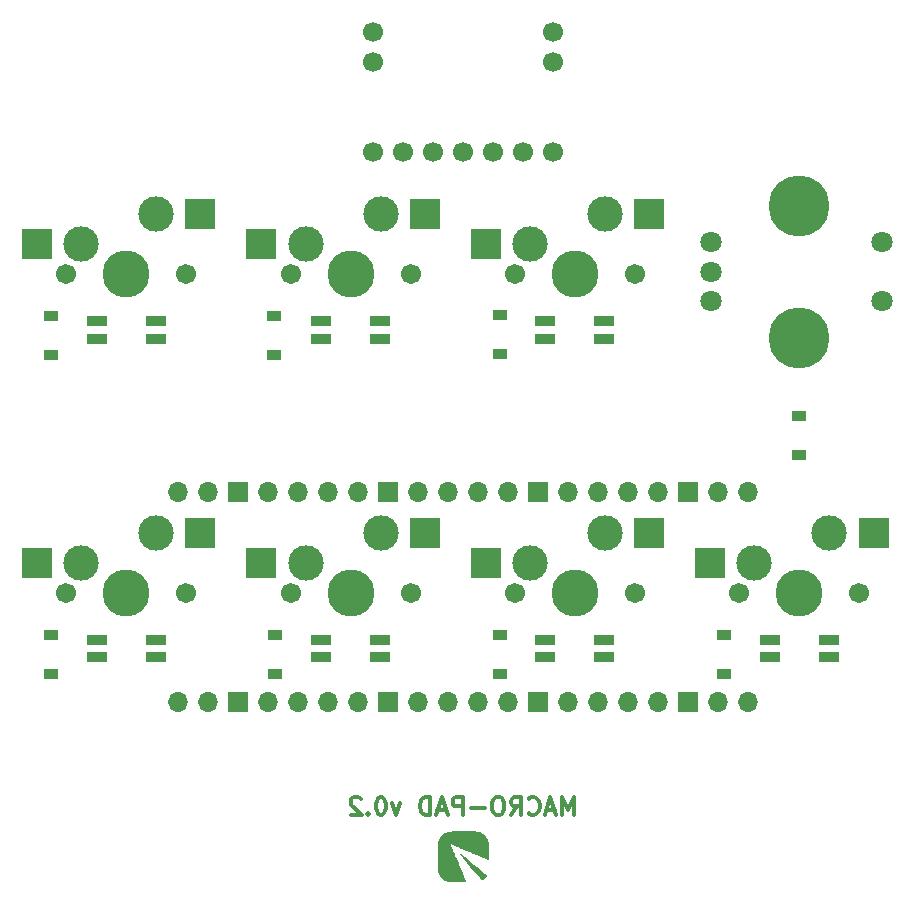
<source format=gbr>
%TF.GenerationSoftware,KiCad,Pcbnew,(6.0.0)*%
%TF.CreationDate,2022-01-03T17:45:39+09:00*%
%TF.ProjectId,MACRO-PAD,4d414352-4f2d-4504-9144-2e6b69636164,v0.2*%
%TF.SameCoordinates,Original*%
%TF.FileFunction,Soldermask,Bot*%
%TF.FilePolarity,Negative*%
%FSLAX46Y46*%
G04 Gerber Fmt 4.6, Leading zero omitted, Abs format (unit mm)*
G04 Created by KiCad (PCBNEW (6.0.0)) date 2022-01-03 17:45:39*
%MOMM*%
%LPD*%
G01*
G04 APERTURE LIST*
%ADD10C,0.300000*%
%ADD11C,0.010000*%
%ADD12C,1.700000*%
%ADD13C,1.701800*%
%ADD14C,3.000000*%
%ADD15C,3.987800*%
%ADD16R,2.550000X2.500000*%
%ADD17R,1.800000X0.820000*%
%ADD18C,1.800000*%
%ADD19C,5.161000*%
%ADD20R,1.200000X0.900000*%
%ADD21O,1.700000X1.700000*%
%ADD22R,1.700000X1.700000*%
G04 APERTURE END LIST*
D10*
X137988571Y-130781371D02*
X137988571Y-129281371D01*
X137488571Y-130352800D01*
X136988571Y-129281371D01*
X136988571Y-130781371D01*
X136345714Y-130352800D02*
X135631428Y-130352800D01*
X136488571Y-130781371D02*
X135988571Y-129281371D01*
X135488571Y-130781371D01*
X134131428Y-130638514D02*
X134202857Y-130709942D01*
X134417142Y-130781371D01*
X134560000Y-130781371D01*
X134774285Y-130709942D01*
X134917142Y-130567085D01*
X134988571Y-130424228D01*
X135060000Y-130138514D01*
X135060000Y-129924228D01*
X134988571Y-129638514D01*
X134917142Y-129495657D01*
X134774285Y-129352800D01*
X134560000Y-129281371D01*
X134417142Y-129281371D01*
X134202857Y-129352800D01*
X134131428Y-129424228D01*
X132631428Y-130781371D02*
X133131428Y-130067085D01*
X133488571Y-130781371D02*
X133488571Y-129281371D01*
X132917142Y-129281371D01*
X132774285Y-129352800D01*
X132702857Y-129424228D01*
X132631428Y-129567085D01*
X132631428Y-129781371D01*
X132702857Y-129924228D01*
X132774285Y-129995657D01*
X132917142Y-130067085D01*
X133488571Y-130067085D01*
X131702857Y-129281371D02*
X131417142Y-129281371D01*
X131274285Y-129352800D01*
X131131428Y-129495657D01*
X131060000Y-129781371D01*
X131060000Y-130281371D01*
X131131428Y-130567085D01*
X131274285Y-130709942D01*
X131417142Y-130781371D01*
X131702857Y-130781371D01*
X131845714Y-130709942D01*
X131988571Y-130567085D01*
X132060000Y-130281371D01*
X132060000Y-129781371D01*
X131988571Y-129495657D01*
X131845714Y-129352800D01*
X131702857Y-129281371D01*
X130417142Y-130209942D02*
X129274285Y-130209942D01*
X128560000Y-130781371D02*
X128560000Y-129281371D01*
X127988571Y-129281371D01*
X127845714Y-129352800D01*
X127774285Y-129424228D01*
X127702857Y-129567085D01*
X127702857Y-129781371D01*
X127774285Y-129924228D01*
X127845714Y-129995657D01*
X127988571Y-130067085D01*
X128560000Y-130067085D01*
X127131428Y-130352800D02*
X126417142Y-130352800D01*
X127274285Y-130781371D02*
X126774285Y-129281371D01*
X126274285Y-130781371D01*
X125774285Y-130781371D02*
X125774285Y-129281371D01*
X125417142Y-129281371D01*
X125202857Y-129352800D01*
X125060000Y-129495657D01*
X124988571Y-129638514D01*
X124917142Y-129924228D01*
X124917142Y-130138514D01*
X124988571Y-130424228D01*
X125060000Y-130567085D01*
X125202857Y-130709942D01*
X125417142Y-130781371D01*
X125774285Y-130781371D01*
X123274285Y-129781371D02*
X122917142Y-130781371D01*
X122560000Y-129781371D01*
X121702857Y-129281371D02*
X121560000Y-129281371D01*
X121417142Y-129352800D01*
X121345714Y-129424228D01*
X121274285Y-129567085D01*
X121202857Y-129852800D01*
X121202857Y-130209942D01*
X121274285Y-130495657D01*
X121345714Y-130638514D01*
X121417142Y-130709942D01*
X121560000Y-130781371D01*
X121702857Y-130781371D01*
X121845714Y-130709942D01*
X121917142Y-130638514D01*
X121988571Y-130495657D01*
X122060000Y-130209942D01*
X122060000Y-129852800D01*
X121988571Y-129567085D01*
X121917142Y-129424228D01*
X121845714Y-129352800D01*
X121702857Y-129281371D01*
X120560000Y-130638514D02*
X120488571Y-130709942D01*
X120560000Y-130781371D01*
X120631428Y-130709942D01*
X120560000Y-130638514D01*
X120560000Y-130781371D01*
X119917142Y-129424228D02*
X119845714Y-129352800D01*
X119702857Y-129281371D01*
X119345714Y-129281371D01*
X119202857Y-129352800D01*
X119131428Y-129424228D01*
X119060000Y-129567085D01*
X119060000Y-129709942D01*
X119131428Y-129924228D01*
X119988571Y-130781371D01*
X119060000Y-130781371D01*
D11*
%TO.C,G\u002A\u002A\u002A*%
X128368890Y-134109934D02*
X128367027Y-134116418D01*
X128367027Y-134116418D02*
X128372014Y-134128839D01*
X128372014Y-134128839D02*
X128384713Y-134148519D01*
X128384713Y-134148519D02*
X128405986Y-134176779D01*
X128405986Y-134176779D02*
X128436695Y-134214942D01*
X128436695Y-134214942D02*
X128477701Y-134264328D01*
X128477701Y-134264328D02*
X128482002Y-134269459D01*
X128482002Y-134269459D02*
X128508535Y-134301096D01*
X128508535Y-134301096D02*
X128544601Y-134344111D01*
X128544601Y-134344111D02*
X128588860Y-134396900D01*
X128588860Y-134396900D02*
X128639969Y-134457863D01*
X128639969Y-134457863D02*
X128696584Y-134525399D01*
X128696584Y-134525399D02*
X128757363Y-134597905D01*
X128757363Y-134597905D02*
X128820965Y-134673781D01*
X128820965Y-134673781D02*
X128886046Y-134751424D01*
X128886046Y-134751424D02*
X128951264Y-134829234D01*
X128951264Y-134829234D02*
X128953554Y-134831967D01*
X128953554Y-134831967D02*
X129038001Y-134932607D01*
X129038001Y-134932607D02*
X129124104Y-135035007D01*
X129124104Y-135035007D02*
X129211160Y-135138340D01*
X129211160Y-135138340D02*
X129298464Y-135241781D01*
X129298464Y-135241781D02*
X129385312Y-135344504D01*
X129385312Y-135344504D02*
X129471000Y-135445684D01*
X129471000Y-135445684D02*
X129554824Y-135544496D01*
X129554824Y-135544496D02*
X129636079Y-135640112D01*
X129636079Y-135640112D02*
X129714062Y-135731709D01*
X129714062Y-135731709D02*
X129788067Y-135818460D01*
X129788067Y-135818460D02*
X129857392Y-135899539D01*
X129857392Y-135899539D02*
X129921331Y-135974122D01*
X129921331Y-135974122D02*
X129979181Y-136041382D01*
X129979181Y-136041382D02*
X130030237Y-136100494D01*
X130030237Y-136100494D02*
X130073795Y-136150632D01*
X130073795Y-136150632D02*
X130109151Y-136190970D01*
X130109151Y-136190970D02*
X130135601Y-136220683D01*
X130135601Y-136220683D02*
X130152440Y-136238946D01*
X130152440Y-136238946D02*
X130158609Y-136244813D01*
X130158609Y-136244813D02*
X130167570Y-136241681D01*
X130167570Y-136241681D02*
X130186278Y-136230274D01*
X130186278Y-136230274D02*
X130211189Y-136212814D01*
X130211189Y-136212814D02*
X130219467Y-136206634D01*
X130219467Y-136206634D02*
X130254762Y-136178370D01*
X130254762Y-136178370D02*
X130293111Y-136145318D01*
X130293111Y-136145318D02*
X130324214Y-136116530D01*
X130324214Y-136116530D02*
X130351954Y-136088287D01*
X130351954Y-136088287D02*
X130382361Y-136055327D01*
X130382361Y-136055327D02*
X130413372Y-136020133D01*
X130413372Y-136020133D02*
X130442924Y-135985192D01*
X130442924Y-135985192D02*
X130468954Y-135952989D01*
X130468954Y-135952989D02*
X130489400Y-135926009D01*
X130489400Y-135926009D02*
X130502199Y-135906737D01*
X130502199Y-135906737D02*
X130505493Y-135898102D01*
X130505493Y-135898102D02*
X130502952Y-135894786D01*
X130502952Y-135894786D02*
X130495827Y-135887697D01*
X130495827Y-135887697D02*
X130483733Y-135876510D01*
X130483733Y-135876510D02*
X130466285Y-135860900D01*
X130466285Y-135860900D02*
X130443100Y-135840541D01*
X130443100Y-135840541D02*
X130413792Y-135815110D01*
X130413792Y-135815110D02*
X130377979Y-135784280D01*
X130377979Y-135784280D02*
X130335275Y-135747726D01*
X130335275Y-135747726D02*
X130285297Y-135705123D01*
X130285297Y-135705123D02*
X130227660Y-135656147D01*
X130227660Y-135656147D02*
X130161979Y-135600471D01*
X130161979Y-135600471D02*
X130087871Y-135537772D01*
X130087871Y-135537772D02*
X130004952Y-135467723D01*
X130004952Y-135467723D02*
X129912837Y-135389999D01*
X129912837Y-135389999D02*
X129811141Y-135304276D01*
X129811141Y-135304276D02*
X129699482Y-135210228D01*
X129699482Y-135210228D02*
X129577473Y-135107530D01*
X129577473Y-135107530D02*
X129444732Y-134995858D01*
X129444732Y-134995858D02*
X129300873Y-134874884D01*
X129300873Y-134874884D02*
X129145513Y-134744286D01*
X129145513Y-134744286D02*
X128978268Y-134603737D01*
X128978268Y-134603737D02*
X128798753Y-134452913D01*
X128798753Y-134452913D02*
X128637092Y-134317113D01*
X128637092Y-134317113D02*
X128581273Y-134270471D01*
X128581273Y-134270471D02*
X128529230Y-134227450D01*
X128529230Y-134227450D02*
X128482441Y-134189239D01*
X128482441Y-134189239D02*
X128442387Y-134157025D01*
X128442387Y-134157025D02*
X128410544Y-134131995D01*
X128410544Y-134131995D02*
X128388393Y-134115337D01*
X128388393Y-134115337D02*
X128377411Y-134108238D01*
X128377411Y-134108238D02*
X128376742Y-134108067D01*
X128376742Y-134108067D02*
X128368890Y-134109934D01*
X128368890Y-134109934D02*
X128368890Y-134109934D01*
G36*
X128377411Y-134108238D02*
G01*
X128388393Y-134115337D01*
X128410544Y-134131995D01*
X128442387Y-134157025D01*
X128482441Y-134189239D01*
X128529230Y-134227450D01*
X128581273Y-134270471D01*
X128637092Y-134317113D01*
X128798753Y-134452913D01*
X128978268Y-134603737D01*
X129145513Y-134744286D01*
X129300873Y-134874884D01*
X129444732Y-134995858D01*
X129577473Y-135107530D01*
X129699482Y-135210228D01*
X129811141Y-135304276D01*
X129912837Y-135389999D01*
X130004952Y-135467723D01*
X130087871Y-135537772D01*
X130161979Y-135600471D01*
X130227660Y-135656147D01*
X130285297Y-135705123D01*
X130335275Y-135747726D01*
X130377979Y-135784280D01*
X130413792Y-135815110D01*
X130443100Y-135840541D01*
X130466285Y-135860900D01*
X130483733Y-135876510D01*
X130495827Y-135887697D01*
X130502952Y-135894786D01*
X130505493Y-135898102D01*
X130502199Y-135906737D01*
X130489400Y-135926009D01*
X130468954Y-135952989D01*
X130442924Y-135985192D01*
X130413372Y-136020133D01*
X130382361Y-136055327D01*
X130351954Y-136088287D01*
X130324214Y-136116530D01*
X130293111Y-136145318D01*
X130254762Y-136178370D01*
X130219467Y-136206634D01*
X130211189Y-136212814D01*
X130186278Y-136230274D01*
X130167570Y-136241681D01*
X130158609Y-136244813D01*
X130152440Y-136238946D01*
X130135601Y-136220683D01*
X130109151Y-136190970D01*
X130073795Y-136150632D01*
X130030237Y-136100494D01*
X129979181Y-136041382D01*
X129921331Y-135974122D01*
X129857392Y-135899539D01*
X129788067Y-135818460D01*
X129714062Y-135731709D01*
X129636079Y-135640112D01*
X129554824Y-135544496D01*
X129471000Y-135445684D01*
X129385312Y-135344504D01*
X129298464Y-135241781D01*
X129211160Y-135138340D01*
X129124104Y-135035007D01*
X129038001Y-134932607D01*
X128953554Y-134831967D01*
X128951264Y-134829234D01*
X128886046Y-134751424D01*
X128820965Y-134673781D01*
X128757363Y-134597905D01*
X128696584Y-134525399D01*
X128639969Y-134457863D01*
X128588860Y-134396900D01*
X128544601Y-134344111D01*
X128508535Y-134301096D01*
X128482002Y-134269459D01*
X128477701Y-134264328D01*
X128436695Y-134214942D01*
X128405986Y-134176779D01*
X128384713Y-134148519D01*
X128372014Y-134128839D01*
X128367027Y-134116418D01*
X128368890Y-134109934D01*
X128376742Y-134108067D01*
X128377411Y-134108238D01*
G37*
X128377411Y-134108238D02*
X128388393Y-134115337D01*
X128410544Y-134131995D01*
X128442387Y-134157025D01*
X128482441Y-134189239D01*
X128529230Y-134227450D01*
X128581273Y-134270471D01*
X128637092Y-134317113D01*
X128798753Y-134452913D01*
X128978268Y-134603737D01*
X129145513Y-134744286D01*
X129300873Y-134874884D01*
X129444732Y-134995858D01*
X129577473Y-135107530D01*
X129699482Y-135210228D01*
X129811141Y-135304276D01*
X129912837Y-135389999D01*
X130004952Y-135467723D01*
X130087871Y-135537772D01*
X130161979Y-135600471D01*
X130227660Y-135656147D01*
X130285297Y-135705123D01*
X130335275Y-135747726D01*
X130377979Y-135784280D01*
X130413792Y-135815110D01*
X130443100Y-135840541D01*
X130466285Y-135860900D01*
X130483733Y-135876510D01*
X130495827Y-135887697D01*
X130502952Y-135894786D01*
X130505493Y-135898102D01*
X130502199Y-135906737D01*
X130489400Y-135926009D01*
X130468954Y-135952989D01*
X130442924Y-135985192D01*
X130413372Y-136020133D01*
X130382361Y-136055327D01*
X130351954Y-136088287D01*
X130324214Y-136116530D01*
X130293111Y-136145318D01*
X130254762Y-136178370D01*
X130219467Y-136206634D01*
X130211189Y-136212814D01*
X130186278Y-136230274D01*
X130167570Y-136241681D01*
X130158609Y-136244813D01*
X130152440Y-136238946D01*
X130135601Y-136220683D01*
X130109151Y-136190970D01*
X130073795Y-136150632D01*
X130030237Y-136100494D01*
X129979181Y-136041382D01*
X129921331Y-135974122D01*
X129857392Y-135899539D01*
X129788067Y-135818460D01*
X129714062Y-135731709D01*
X129636079Y-135640112D01*
X129554824Y-135544496D01*
X129471000Y-135445684D01*
X129385312Y-135344504D01*
X129298464Y-135241781D01*
X129211160Y-135138340D01*
X129124104Y-135035007D01*
X129038001Y-134932607D01*
X128953554Y-134831967D01*
X128951264Y-134829234D01*
X128886046Y-134751424D01*
X128820965Y-134673781D01*
X128757363Y-134597905D01*
X128696584Y-134525399D01*
X128639969Y-134457863D01*
X128588860Y-134396900D01*
X128544601Y-134344111D01*
X128508535Y-134301096D01*
X128482002Y-134269459D01*
X128477701Y-134264328D01*
X128436695Y-134214942D01*
X128405986Y-134176779D01*
X128384713Y-134148519D01*
X128372014Y-134128839D01*
X128367027Y-134116418D01*
X128368890Y-134109934D01*
X128376742Y-134108067D01*
X128377411Y-134108238D01*
X128497712Y-132184538D02*
X128371626Y-132184719D01*
X128371626Y-132184719D02*
X128247395Y-132185058D01*
X128247395Y-132185058D02*
X128126271Y-132185555D01*
X128126271Y-132185555D02*
X128009506Y-132186209D01*
X128009506Y-132186209D02*
X127898354Y-132187021D01*
X127898354Y-132187021D02*
X127794066Y-132187991D01*
X127794066Y-132187991D02*
X127697894Y-132189118D01*
X127697894Y-132189118D02*
X127611093Y-132190401D01*
X127611093Y-132190401D02*
X127534913Y-132191841D01*
X127534913Y-132191841D02*
X127470607Y-132193437D01*
X127470607Y-132193437D02*
X127419429Y-132195189D01*
X127419429Y-132195189D02*
X127382629Y-132197097D01*
X127382629Y-132197097D02*
X127361462Y-132199160D01*
X127361462Y-132199160D02*
X127360996Y-132199239D01*
X127360996Y-132199239D02*
X127231209Y-132230306D01*
X127231209Y-132230306D02*
X127106951Y-132276748D01*
X127106951Y-132276748D02*
X126989475Y-132337558D01*
X126989475Y-132337558D02*
X126880028Y-132411729D01*
X126880028Y-132411729D02*
X126779863Y-132498252D01*
X126779863Y-132498252D02*
X126690230Y-132596120D01*
X126690230Y-132596120D02*
X126612378Y-132704325D01*
X126612378Y-132704325D02*
X126547559Y-132821860D01*
X126547559Y-132821860D02*
X126524746Y-132873223D01*
X126524746Y-132873223D02*
X126508296Y-132915967D01*
X126508296Y-132915967D02*
X126490792Y-132966255D01*
X126490792Y-132966255D02*
X126475281Y-133015200D01*
X126475281Y-133015200D02*
X126471110Y-133029575D01*
X126471110Y-133029575D02*
X126447566Y-133113233D01*
X126447566Y-133113233D02*
X126447566Y-135483900D01*
X126447566Y-135483900D02*
X126474926Y-135585500D01*
X126474926Y-135585500D02*
X126497933Y-135657579D01*
X126497933Y-135657579D02*
X126528957Y-135735407D01*
X126528957Y-135735407D02*
X126565502Y-135813739D01*
X126565502Y-135813739D02*
X126605071Y-135887333D01*
X126605071Y-135887333D02*
X126645168Y-135950944D01*
X126645168Y-135950944D02*
X126656334Y-135966500D01*
X126656334Y-135966500D02*
X126695535Y-136014802D01*
X126695535Y-136014802D02*
X126743724Y-136067303D01*
X126743724Y-136067303D02*
X126796687Y-136119894D01*
X126796687Y-136119894D02*
X126850210Y-136168466D01*
X126850210Y-136168466D02*
X126900079Y-136208911D01*
X126900079Y-136208911D02*
X126918683Y-136222322D01*
X126918683Y-136222322D02*
X127008024Y-136277162D01*
X127008024Y-136277162D02*
X127106266Y-136325935D01*
X127106266Y-136325935D02*
X127205518Y-136364761D01*
X127205518Y-136364761D02*
X127213800Y-136367495D01*
X127213800Y-136367495D02*
X127241906Y-136376553D01*
X127241906Y-136376553D02*
X127267733Y-136384492D01*
X127267733Y-136384492D02*
X127292556Y-136391386D01*
X127292556Y-136391386D02*
X127317651Y-136397309D01*
X127317651Y-136397309D02*
X127344293Y-136402334D01*
X127344293Y-136402334D02*
X127373758Y-136406536D01*
X127373758Y-136406536D02*
X127407321Y-136409987D01*
X127407321Y-136409987D02*
X127446258Y-136412763D01*
X127446258Y-136412763D02*
X127491844Y-136414936D01*
X127491844Y-136414936D02*
X127545354Y-136416580D01*
X127545354Y-136416580D02*
X127608065Y-136417768D01*
X127608065Y-136417768D02*
X127681251Y-136418576D01*
X127681251Y-136418576D02*
X127766188Y-136419076D01*
X127766188Y-136419076D02*
X127864152Y-136419342D01*
X127864152Y-136419342D02*
X127976417Y-136419448D01*
X127976417Y-136419448D02*
X128104260Y-136419467D01*
X128104260Y-136419467D02*
X128112875Y-136419467D01*
X128112875Y-136419467D02*
X128217485Y-136419389D01*
X128217485Y-136419389D02*
X128316973Y-136419162D01*
X128316973Y-136419162D02*
X128410072Y-136418798D01*
X128410072Y-136418798D02*
X128495517Y-136418310D01*
X128495517Y-136418310D02*
X128572041Y-136417710D01*
X128572041Y-136417710D02*
X128638379Y-136417010D01*
X128638379Y-136417010D02*
X128693264Y-136416221D01*
X128693264Y-136416221D02*
X128735431Y-136415357D01*
X128735431Y-136415357D02*
X128763613Y-136414429D01*
X128763613Y-136414429D02*
X128776544Y-136413449D01*
X128776544Y-136413449D02*
X128777250Y-136413117D01*
X128777250Y-136413117D02*
X128772742Y-136403361D01*
X128772742Y-136403361D02*
X128761826Y-136378442D01*
X128761826Y-136378442D02*
X128744685Y-136338795D01*
X128744685Y-136338795D02*
X128721503Y-136284853D01*
X128721503Y-136284853D02*
X128692467Y-136217050D01*
X128692467Y-136217050D02*
X128657760Y-136135820D01*
X128657760Y-136135820D02*
X128617567Y-136041597D01*
X128617567Y-136041597D02*
X128572073Y-135934815D01*
X128572073Y-135934815D02*
X128521462Y-135815908D01*
X128521462Y-135815908D02*
X128465919Y-135685310D01*
X128465919Y-135685310D02*
X128405629Y-135543455D01*
X128405629Y-135543455D02*
X128340777Y-135390777D01*
X128340777Y-135390777D02*
X128271546Y-135227709D01*
X128271546Y-135227709D02*
X128198122Y-135054687D01*
X128198122Y-135054687D02*
X128120690Y-134872143D01*
X128120690Y-134872143D02*
X128039433Y-134680512D01*
X128039433Y-134680512D02*
X127954538Y-134480228D01*
X127954538Y-134480228D02*
X127906259Y-134366300D01*
X127906259Y-134366300D02*
X127848250Y-134229423D01*
X127848250Y-134229423D02*
X127791968Y-134096668D01*
X127791968Y-134096668D02*
X127737773Y-133968883D01*
X127737773Y-133968883D02*
X127686027Y-133846918D01*
X127686027Y-133846918D02*
X127637091Y-133731621D01*
X127637091Y-133731621D02*
X127591324Y-133623843D01*
X127591324Y-133623843D02*
X127549089Y-133524432D01*
X127549089Y-133524432D02*
X127510746Y-133434238D01*
X127510746Y-133434238D02*
X127476657Y-133354109D01*
X127476657Y-133354109D02*
X127447182Y-133284896D01*
X127447182Y-133284896D02*
X127422682Y-133227446D01*
X127422682Y-133227446D02*
X127403518Y-133182610D01*
X127403518Y-133182610D02*
X127390051Y-133151237D01*
X127390051Y-133151237D02*
X127382642Y-133134176D01*
X127382642Y-133134176D02*
X127381313Y-133131262D01*
X127381313Y-133131262D02*
X127377514Y-133120550D01*
X127377514Y-133120550D02*
X127380172Y-133119660D01*
X127380172Y-133119660D02*
X127390391Y-133124424D01*
X127390391Y-133124424D02*
X127415255Y-133135404D01*
X127415255Y-133135404D02*
X127453820Y-133152199D01*
X127453820Y-133152199D02*
X127505145Y-133174406D01*
X127505145Y-133174406D02*
X127568287Y-133201625D01*
X127568287Y-133201625D02*
X127642305Y-133233454D01*
X127642305Y-133233454D02*
X127726255Y-133269489D01*
X127726255Y-133269489D02*
X127819195Y-133309330D01*
X127819195Y-133309330D02*
X127920184Y-133352575D01*
X127920184Y-133352575D02*
X128028278Y-133398822D01*
X128028278Y-133398822D02*
X128142537Y-133447669D01*
X128142537Y-133447669D02*
X128262016Y-133498713D01*
X128262016Y-133498713D02*
X128385775Y-133551555D01*
X128385775Y-133551555D02*
X128512871Y-133605790D01*
X128512871Y-133605790D02*
X128642361Y-133661019D01*
X128642361Y-133661019D02*
X128773304Y-133716838D01*
X128773304Y-133716838D02*
X128904757Y-133772846D01*
X128904757Y-133772846D02*
X129035778Y-133828641D01*
X129035778Y-133828641D02*
X129165424Y-133883821D01*
X129165424Y-133883821D02*
X129292753Y-133937985D01*
X129292753Y-133937985D02*
X129416824Y-133990731D01*
X129416824Y-133990731D02*
X129536693Y-134041656D01*
X129536693Y-134041656D02*
X129651419Y-134090359D01*
X129651419Y-134090359D02*
X129760060Y-134136438D01*
X129760060Y-134136438D02*
X129861672Y-134179491D01*
X129861672Y-134179491D02*
X129955314Y-134219117D01*
X129955314Y-134219117D02*
X130040043Y-134254913D01*
X130040043Y-134254913D02*
X130114917Y-134286477D01*
X130114917Y-134286477D02*
X130178995Y-134313409D01*
X130178995Y-134313409D02*
X130198190Y-134321454D01*
X130198190Y-134321454D02*
X130274460Y-134353395D01*
X130274460Y-134353395D02*
X130347820Y-134384126D01*
X130347820Y-134384126D02*
X130416399Y-134412861D01*
X130416399Y-134412861D02*
X130478327Y-134438817D01*
X130478327Y-134438817D02*
X130531732Y-134461208D01*
X130531732Y-134461208D02*
X130574744Y-134479252D01*
X130574744Y-134479252D02*
X130605492Y-134492164D01*
X130605492Y-134492164D02*
X130619924Y-134498238D01*
X130619924Y-134498238D02*
X130677480Y-134522526D01*
X130677480Y-134522526D02*
X130674711Y-133822113D01*
X130674711Y-133822113D02*
X130671941Y-133121700D01*
X130671941Y-133121700D02*
X130648893Y-133037184D01*
X130648893Y-133037184D02*
X130604754Y-132901567D01*
X130604754Y-132901567D02*
X130549437Y-132778162D01*
X130549437Y-132778162D02*
X130482378Y-132665990D01*
X130482378Y-132665990D02*
X130403011Y-132564066D01*
X130403011Y-132564066D02*
X130337099Y-132495686D01*
X130337099Y-132495686D02*
X130230858Y-132405724D01*
X130230858Y-132405724D02*
X130116701Y-132330210D01*
X130116701Y-132330210D02*
X129995650Y-132269666D01*
X129995650Y-132269666D02*
X129868722Y-132224613D01*
X129868722Y-132224613D02*
X129756255Y-132198760D01*
X129756255Y-132198760D02*
X129735715Y-132196699D01*
X129735715Y-132196699D02*
X129699495Y-132194800D01*
X129699495Y-132194800D02*
X129648848Y-132193063D01*
X129648848Y-132193063D02*
X129585025Y-132191486D01*
X129585025Y-132191486D02*
X129509280Y-132190071D01*
X129509280Y-132190071D02*
X129422865Y-132188816D01*
X129422865Y-132188816D02*
X129327031Y-132187722D01*
X129327031Y-132187722D02*
X129223033Y-132186788D01*
X129223033Y-132186788D02*
X129112122Y-132186015D01*
X129112122Y-132186015D02*
X128995551Y-132185401D01*
X128995551Y-132185401D02*
X128874571Y-132184947D01*
X128874571Y-132184947D02*
X128750437Y-132184652D01*
X128750437Y-132184652D02*
X128624399Y-132184515D01*
X128624399Y-132184515D02*
X128497712Y-132184538D01*
X128497712Y-132184538D02*
X128497712Y-132184538D01*
G36*
X128750437Y-132184652D02*
G01*
X128874571Y-132184947D01*
X128995551Y-132185401D01*
X129112122Y-132186015D01*
X129223033Y-132186788D01*
X129327031Y-132187722D01*
X129422865Y-132188816D01*
X129509280Y-132190071D01*
X129585025Y-132191486D01*
X129648848Y-132193063D01*
X129699495Y-132194800D01*
X129735715Y-132196699D01*
X129756255Y-132198760D01*
X129868722Y-132224613D01*
X129995650Y-132269666D01*
X130116701Y-132330210D01*
X130230858Y-132405724D01*
X130337099Y-132495686D01*
X130403011Y-132564066D01*
X130482378Y-132665990D01*
X130549437Y-132778162D01*
X130604754Y-132901567D01*
X130648893Y-133037184D01*
X130671941Y-133121700D01*
X130674711Y-133822113D01*
X130677480Y-134522526D01*
X130619924Y-134498238D01*
X130605492Y-134492164D01*
X130574744Y-134479252D01*
X130531732Y-134461208D01*
X130478327Y-134438817D01*
X130416399Y-134412861D01*
X130347820Y-134384126D01*
X130274460Y-134353395D01*
X130198190Y-134321454D01*
X130178995Y-134313409D01*
X130114917Y-134286477D01*
X130040043Y-134254913D01*
X129955314Y-134219117D01*
X129861672Y-134179491D01*
X129760060Y-134136438D01*
X129651419Y-134090359D01*
X129536693Y-134041656D01*
X129416824Y-133990731D01*
X129292753Y-133937985D01*
X129165424Y-133883821D01*
X129035778Y-133828641D01*
X128904757Y-133772846D01*
X128773304Y-133716838D01*
X128642361Y-133661019D01*
X128512871Y-133605790D01*
X128385775Y-133551555D01*
X128262016Y-133498713D01*
X128142537Y-133447669D01*
X128028278Y-133398822D01*
X127920184Y-133352575D01*
X127819195Y-133309330D01*
X127726255Y-133269489D01*
X127642305Y-133233454D01*
X127568287Y-133201625D01*
X127505145Y-133174406D01*
X127453820Y-133152199D01*
X127415255Y-133135404D01*
X127390391Y-133124424D01*
X127380172Y-133119660D01*
X127377514Y-133120550D01*
X127381313Y-133131262D01*
X127382642Y-133134176D01*
X127390051Y-133151237D01*
X127403518Y-133182610D01*
X127422682Y-133227446D01*
X127447182Y-133284896D01*
X127476657Y-133354109D01*
X127510746Y-133434238D01*
X127549089Y-133524432D01*
X127591324Y-133623843D01*
X127637091Y-133731621D01*
X127686027Y-133846918D01*
X127737773Y-133968883D01*
X127791968Y-134096668D01*
X127848250Y-134229423D01*
X127906259Y-134366300D01*
X127954538Y-134480228D01*
X128039433Y-134680512D01*
X128120690Y-134872143D01*
X128198122Y-135054687D01*
X128271546Y-135227709D01*
X128340777Y-135390777D01*
X128405629Y-135543455D01*
X128465919Y-135685310D01*
X128521462Y-135815908D01*
X128572073Y-135934815D01*
X128617567Y-136041597D01*
X128657760Y-136135820D01*
X128692467Y-136217050D01*
X128721503Y-136284853D01*
X128744685Y-136338795D01*
X128761826Y-136378442D01*
X128772742Y-136403361D01*
X128777250Y-136413117D01*
X128776544Y-136413449D01*
X128763613Y-136414429D01*
X128735431Y-136415357D01*
X128693264Y-136416221D01*
X128638379Y-136417010D01*
X128572041Y-136417710D01*
X128495517Y-136418310D01*
X128410072Y-136418798D01*
X128316973Y-136419162D01*
X128217485Y-136419389D01*
X128112875Y-136419467D01*
X128104260Y-136419467D01*
X127976417Y-136419448D01*
X127864152Y-136419342D01*
X127766188Y-136419076D01*
X127681251Y-136418576D01*
X127608065Y-136417768D01*
X127545354Y-136416580D01*
X127491844Y-136414936D01*
X127446258Y-136412763D01*
X127407321Y-136409987D01*
X127373758Y-136406536D01*
X127344293Y-136402334D01*
X127317651Y-136397309D01*
X127292556Y-136391386D01*
X127267733Y-136384492D01*
X127241906Y-136376553D01*
X127213800Y-136367495D01*
X127205518Y-136364761D01*
X127106266Y-136325935D01*
X127008024Y-136277162D01*
X126918683Y-136222322D01*
X126900079Y-136208911D01*
X126850210Y-136168466D01*
X126796687Y-136119894D01*
X126743724Y-136067303D01*
X126695535Y-136014802D01*
X126656334Y-135966500D01*
X126645168Y-135950944D01*
X126605071Y-135887333D01*
X126565502Y-135813739D01*
X126528957Y-135735407D01*
X126497933Y-135657579D01*
X126474926Y-135585500D01*
X126447566Y-135483900D01*
X126447566Y-133113233D01*
X126471110Y-133029575D01*
X126475281Y-133015200D01*
X126490792Y-132966255D01*
X126508296Y-132915967D01*
X126524746Y-132873223D01*
X126547559Y-132821860D01*
X126612378Y-132704325D01*
X126690230Y-132596120D01*
X126779863Y-132498252D01*
X126880028Y-132411729D01*
X126989475Y-132337558D01*
X127106951Y-132276748D01*
X127231209Y-132230306D01*
X127360996Y-132199239D01*
X127361462Y-132199160D01*
X127382629Y-132197097D01*
X127419429Y-132195189D01*
X127470607Y-132193437D01*
X127534913Y-132191841D01*
X127611093Y-132190401D01*
X127697894Y-132189118D01*
X127794066Y-132187991D01*
X127898354Y-132187021D01*
X128009506Y-132186209D01*
X128126271Y-132185555D01*
X128247395Y-132185058D01*
X128371626Y-132184719D01*
X128497712Y-132184538D01*
X128624399Y-132184515D01*
X128750437Y-132184652D01*
G37*
X128750437Y-132184652D02*
X128874571Y-132184947D01*
X128995551Y-132185401D01*
X129112122Y-132186015D01*
X129223033Y-132186788D01*
X129327031Y-132187722D01*
X129422865Y-132188816D01*
X129509280Y-132190071D01*
X129585025Y-132191486D01*
X129648848Y-132193063D01*
X129699495Y-132194800D01*
X129735715Y-132196699D01*
X129756255Y-132198760D01*
X129868722Y-132224613D01*
X129995650Y-132269666D01*
X130116701Y-132330210D01*
X130230858Y-132405724D01*
X130337099Y-132495686D01*
X130403011Y-132564066D01*
X130482378Y-132665990D01*
X130549437Y-132778162D01*
X130604754Y-132901567D01*
X130648893Y-133037184D01*
X130671941Y-133121700D01*
X130674711Y-133822113D01*
X130677480Y-134522526D01*
X130619924Y-134498238D01*
X130605492Y-134492164D01*
X130574744Y-134479252D01*
X130531732Y-134461208D01*
X130478327Y-134438817D01*
X130416399Y-134412861D01*
X130347820Y-134384126D01*
X130274460Y-134353395D01*
X130198190Y-134321454D01*
X130178995Y-134313409D01*
X130114917Y-134286477D01*
X130040043Y-134254913D01*
X129955314Y-134219117D01*
X129861672Y-134179491D01*
X129760060Y-134136438D01*
X129651419Y-134090359D01*
X129536693Y-134041656D01*
X129416824Y-133990731D01*
X129292753Y-133937985D01*
X129165424Y-133883821D01*
X129035778Y-133828641D01*
X128904757Y-133772846D01*
X128773304Y-133716838D01*
X128642361Y-133661019D01*
X128512871Y-133605790D01*
X128385775Y-133551555D01*
X128262016Y-133498713D01*
X128142537Y-133447669D01*
X128028278Y-133398822D01*
X127920184Y-133352575D01*
X127819195Y-133309330D01*
X127726255Y-133269489D01*
X127642305Y-133233454D01*
X127568287Y-133201625D01*
X127505145Y-133174406D01*
X127453820Y-133152199D01*
X127415255Y-133135404D01*
X127390391Y-133124424D01*
X127380172Y-133119660D01*
X127377514Y-133120550D01*
X127381313Y-133131262D01*
X127382642Y-133134176D01*
X127390051Y-133151237D01*
X127403518Y-133182610D01*
X127422682Y-133227446D01*
X127447182Y-133284896D01*
X127476657Y-133354109D01*
X127510746Y-133434238D01*
X127549089Y-133524432D01*
X127591324Y-133623843D01*
X127637091Y-133731621D01*
X127686027Y-133846918D01*
X127737773Y-133968883D01*
X127791968Y-134096668D01*
X127848250Y-134229423D01*
X127906259Y-134366300D01*
X127954538Y-134480228D01*
X128039433Y-134680512D01*
X128120690Y-134872143D01*
X128198122Y-135054687D01*
X128271546Y-135227709D01*
X128340777Y-135390777D01*
X128405629Y-135543455D01*
X128465919Y-135685310D01*
X128521462Y-135815908D01*
X128572073Y-135934815D01*
X128617567Y-136041597D01*
X128657760Y-136135820D01*
X128692467Y-136217050D01*
X128721503Y-136284853D01*
X128744685Y-136338795D01*
X128761826Y-136378442D01*
X128772742Y-136403361D01*
X128777250Y-136413117D01*
X128776544Y-136413449D01*
X128763613Y-136414429D01*
X128735431Y-136415357D01*
X128693264Y-136416221D01*
X128638379Y-136417010D01*
X128572041Y-136417710D01*
X128495517Y-136418310D01*
X128410072Y-136418798D01*
X128316973Y-136419162D01*
X128217485Y-136419389D01*
X128112875Y-136419467D01*
X128104260Y-136419467D01*
X127976417Y-136419448D01*
X127864152Y-136419342D01*
X127766188Y-136419076D01*
X127681251Y-136418576D01*
X127608065Y-136417768D01*
X127545354Y-136416580D01*
X127491844Y-136414936D01*
X127446258Y-136412763D01*
X127407321Y-136409987D01*
X127373758Y-136406536D01*
X127344293Y-136402334D01*
X127317651Y-136397309D01*
X127292556Y-136391386D01*
X127267733Y-136384492D01*
X127241906Y-136376553D01*
X127213800Y-136367495D01*
X127205518Y-136364761D01*
X127106266Y-136325935D01*
X127008024Y-136277162D01*
X126918683Y-136222322D01*
X126900079Y-136208911D01*
X126850210Y-136168466D01*
X126796687Y-136119894D01*
X126743724Y-136067303D01*
X126695535Y-136014802D01*
X126656334Y-135966500D01*
X126645168Y-135950944D01*
X126605071Y-135887333D01*
X126565502Y-135813739D01*
X126528957Y-135735407D01*
X126497933Y-135657579D01*
X126474926Y-135585500D01*
X126447566Y-135483900D01*
X126447566Y-133113233D01*
X126471110Y-133029575D01*
X126475281Y-133015200D01*
X126490792Y-132966255D01*
X126508296Y-132915967D01*
X126524746Y-132873223D01*
X126547559Y-132821860D01*
X126612378Y-132704325D01*
X126690230Y-132596120D01*
X126779863Y-132498252D01*
X126880028Y-132411729D01*
X126989475Y-132337558D01*
X127106951Y-132276748D01*
X127231209Y-132230306D01*
X127360996Y-132199239D01*
X127361462Y-132199160D01*
X127382629Y-132197097D01*
X127419429Y-132195189D01*
X127470607Y-132193437D01*
X127534913Y-132191841D01*
X127611093Y-132190401D01*
X127697894Y-132189118D01*
X127794066Y-132187991D01*
X127898354Y-132187021D01*
X128009506Y-132186209D01*
X128126271Y-132185555D01*
X128247395Y-132185058D01*
X128371626Y-132184719D01*
X128497712Y-132184538D01*
X128624399Y-132184515D01*
X128750437Y-132184652D01*
%TD*%
D12*
%TO.C,U9*%
X136180000Y-64465310D03*
X136180000Y-67005310D03*
X120940000Y-67005310D03*
X120940000Y-64465310D03*
X136180000Y-74625310D03*
X133640000Y-74625310D03*
X131100000Y-74625310D03*
X128560000Y-74625310D03*
X126020000Y-74625310D03*
X123480000Y-74625310D03*
X120940000Y-74625310D03*
%TD*%
D13*
%TO.C,U7*%
X151980000Y-112005800D03*
X162140000Y-112005800D03*
D14*
X153250000Y-109465800D03*
D15*
X157060000Y-112005800D03*
D14*
X159600000Y-106925800D03*
D16*
X163350000Y-106925800D03*
X149500000Y-109465800D03*
D17*
X154560000Y-115955800D03*
X154560000Y-117455800D03*
X159560000Y-117455800D03*
X159560000Y-115955800D03*
%TD*%
D13*
%TO.C,U3*%
X132980000Y-85005800D03*
X143140000Y-85005800D03*
D14*
X134250000Y-82465800D03*
D15*
X138060000Y-85005800D03*
D14*
X140600000Y-79925800D03*
D16*
X144350000Y-79925800D03*
X130500000Y-82465800D03*
D17*
X135560000Y-88955800D03*
X135560000Y-90455800D03*
X140560000Y-90455800D03*
X140560000Y-88955800D03*
%TD*%
D13*
%TO.C,U4*%
X94980000Y-112005800D03*
X105140000Y-112005800D03*
D14*
X96250000Y-109465800D03*
D15*
X100060000Y-112005800D03*
D14*
X102600000Y-106925800D03*
D16*
X106350000Y-106925800D03*
X92500000Y-109465800D03*
D17*
X97560000Y-115955800D03*
X97560000Y-117455800D03*
X102560000Y-117455800D03*
X102560000Y-115955800D03*
%TD*%
D13*
%TO.C,U6*%
X132980000Y-112005800D03*
X143140000Y-112005800D03*
D14*
X134250000Y-109465800D03*
D15*
X138060000Y-112005800D03*
D14*
X140600000Y-106925800D03*
D16*
X144350000Y-106925800D03*
X130500000Y-109465800D03*
D17*
X135560000Y-115955800D03*
X135560000Y-117455800D03*
X140560000Y-117455800D03*
X140560000Y-115955800D03*
%TD*%
D18*
%TO.C,U8*%
X164060000Y-82302800D03*
X164060000Y-87302800D03*
X149560000Y-82302800D03*
X149560000Y-87302800D03*
X149560000Y-84802800D03*
D19*
X157060000Y-79202800D03*
X157060000Y-90402800D03*
%TD*%
D13*
%TO.C,U2*%
X113980000Y-85005800D03*
X124140000Y-85005800D03*
D14*
X115250000Y-82465800D03*
D15*
X119060000Y-85005800D03*
D14*
X121600000Y-79925800D03*
D16*
X125350000Y-79925800D03*
X111500000Y-82465800D03*
D17*
X116560000Y-88955800D03*
X116560000Y-90455800D03*
X121560000Y-90455800D03*
X121560000Y-88955800D03*
%TD*%
D13*
%TO.C,U5*%
X113980000Y-112005800D03*
X124140000Y-112005800D03*
D14*
X115250000Y-109465800D03*
D15*
X119060000Y-112005800D03*
D14*
X121600000Y-106925800D03*
D16*
X125350000Y-106925800D03*
X111500000Y-109465800D03*
D17*
X116560000Y-115955800D03*
X116560000Y-117455800D03*
X121560000Y-117455800D03*
X121560000Y-115955800D03*
%TD*%
D13*
%TO.C,U1*%
X94980000Y-85005800D03*
X105140000Y-85005800D03*
D14*
X96250000Y-82465800D03*
D15*
X100060000Y-85005800D03*
D14*
X102600000Y-79925800D03*
D16*
X106350000Y-79925800D03*
X92500000Y-82465800D03*
D17*
X97560000Y-88955800D03*
X97560000Y-90455800D03*
X102560000Y-90455800D03*
X102560000Y-88955800D03*
%TD*%
D20*
%TO.C,D3*%
X131700000Y-91750000D03*
X131700000Y-88450000D03*
%TD*%
%TO.C,D6*%
X131700000Y-118850000D03*
X131700000Y-115550000D03*
%TD*%
%TO.C,D7*%
X150700000Y-118850000D03*
X150700000Y-115550000D03*
%TD*%
%TO.C,D2*%
X112600000Y-91850000D03*
X112600000Y-88550000D03*
%TD*%
%TO.C,D1*%
X93700000Y-91850000D03*
X93700000Y-88550000D03*
%TD*%
D21*
%TO.C,J1*%
X152690000Y-121192800D03*
X150150000Y-121192800D03*
D22*
X147610000Y-121192800D03*
D21*
X145070000Y-121192800D03*
X142530000Y-121192800D03*
X139990000Y-121192800D03*
X137450000Y-121192800D03*
D22*
X134910000Y-121192800D03*
D21*
X132370000Y-121192800D03*
X129830000Y-121192800D03*
X127290000Y-121192800D03*
X124750000Y-121192800D03*
D22*
X122210000Y-121192800D03*
D21*
X119670000Y-121192800D03*
X117130000Y-121192800D03*
X114590000Y-121192800D03*
X112050000Y-121192800D03*
D22*
X109510000Y-121192800D03*
D21*
X106970000Y-121192800D03*
X104430000Y-121192800D03*
X104430000Y-103412800D03*
X106970000Y-103412800D03*
D22*
X109510000Y-103412800D03*
D21*
X112050000Y-103412800D03*
X114590000Y-103412800D03*
X117130000Y-103412800D03*
X119670000Y-103412800D03*
D22*
X122210000Y-103412800D03*
D21*
X124750000Y-103412800D03*
X127290000Y-103412800D03*
X129830000Y-103412800D03*
X132370000Y-103412800D03*
D22*
X134910000Y-103412800D03*
D21*
X137450000Y-103412800D03*
X139990000Y-103412800D03*
X142530000Y-103412800D03*
X145070000Y-103412800D03*
D22*
X147610000Y-103412800D03*
D21*
X150150000Y-103412800D03*
X152690000Y-103412800D03*
%TD*%
D20*
%TO.C,D8*%
X157000000Y-100350000D03*
X157000000Y-97050000D03*
%TD*%
%TO.C,D4*%
X93700000Y-118850000D03*
X93700000Y-115550000D03*
%TD*%
%TO.C,D5*%
X112700000Y-118850000D03*
X112700000Y-115550000D03*
%TD*%
M02*

</source>
